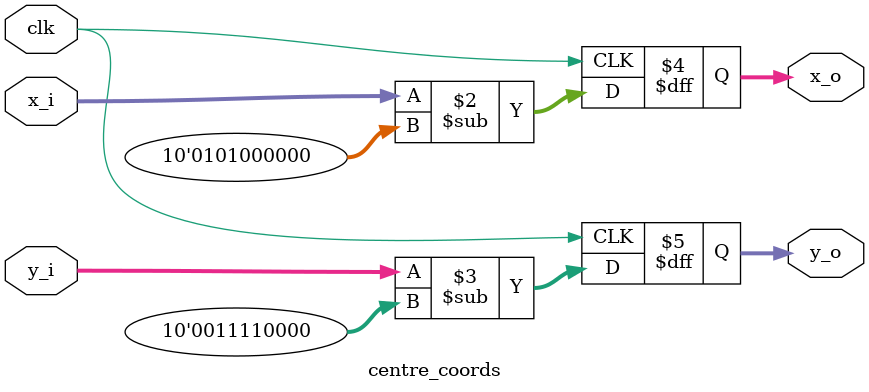
<source format=v>
module centre_coords(
	input wire clk,
	input wire [9:0]x_i,
	input wire [9:0]y_i,
	output reg signed [9:0]x_o,
	output reg signed [9:0]y_o
);

always @(posedge clk)
begin
	x_o <= x_i - 10'd320;
	y_o <= y_i - 10'd240;
end

endmodule

</source>
